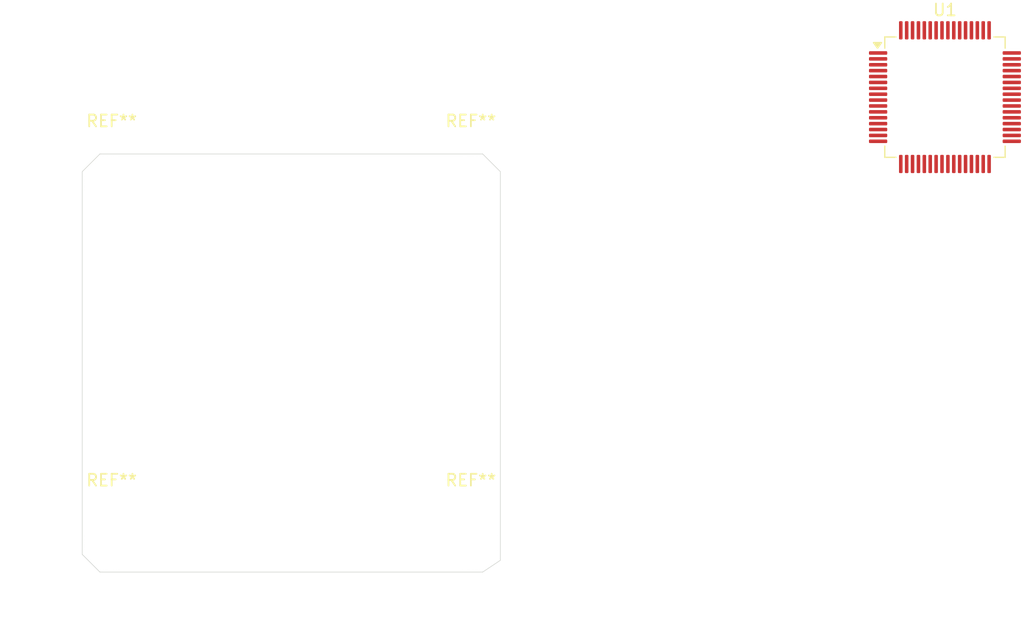
<source format=kicad_pcb>
(kicad_pcb (version 20240108) (generator "pcbnew") (generator_version "8.0")
  (layers (0 "F.Cu" signal) (31 "B.Cu" signal) (34 "B.Paste" user) (35 "F.Paste" user) (36 "B.SilkS" user "B.Silkscreen") (37 "F.SilkS" user "F.Silkscreen") (38 "B.Mask" user) (39 "F.Mask" user) (44 "Edge.Cuts" user))
  (net 0 "")
  (net 4 "Net-(U1-VSS-Pad18)")
  (footprint "MountingHole:MountingHole_4.3mm_M4" (layer "F.Cu") (at 130.5 50)
    (property "Reference" "REF**" (at 0 -5.3 0) (layer "F.SilkS"))
    (property "Value" "MountingHole_4.3mm_M4")
    (pad "" np_thru_hole circle (at 0 0) (size 4.3 4.3) (drill 4.3) (layers "*.Cu" "*.Mask"))
  )
  (footprint "MountingHole:MountingHole_4.3mm_M4" (layer "F.Cu") (at 100 80.5)
    (property "Reference" "REF**" (at 0 -5.3 0) (layer "F.SilkS"))
    (property "Value" "MountingHole_4.3mm_M4")
    (pad "" np_thru_hole circle (at 0 0) (size 4.3 4.3) (drill 4.3) (layers "*.Cu" "*.Mask"))
  )
  (footprint "MountingHole:MountingHole_4.3mm_M4" (layer "F.Cu") (at 100 50)
    (property "Reference" "REF**" (at 0 -5.3 0) (layer "F.SilkS"))
    (property "Value" "MountingHole_4.3mm_M4")
    (pad "" np_thru_hole circle (at 0 0) (size 4.3 4.3) (drill 4.3) (layers "*.Cu" "*.Mask"))
  )
  (footprint "Package_QFP:LQFP-64_10x10mm_P0.5mm" (layer "F.Cu") (at 170.75 42.675)
    (property "Reference" "U1" (at 0 -7.4 0) (layer "F.SilkS"))
    (property "Value" "STM32F405RGTx")
    (fp_line (start -5.11 -5.11) (end -5.11 -4.16) (stroke (width 0.12)) (layer "F.SilkS"))
    (fp_line (start -5.11 5.11) (end -5.11 4.16) (stroke (width 0.12)) (layer "F.SilkS"))
    (fp_line (start -4.16 -5.11) (end -5.11 -5.11) (stroke (width 0.12)) (layer "F.SilkS"))
    (fp_line (start -4.16 5.11) (end -5.11 5.11) (stroke (width 0.12)) (layer "F.SilkS"))
    (fp_line (start 4.16 -5.11) (end 5.11 -5.11) (stroke (width 0.12)) (layer "F.SilkS"))
    (fp_line (start 4.16 5.11) (end 5.11 5.11) (stroke (width 0.12)) (layer "F.SilkS"))
    (fp_line (start 5.11 -5.11) (end 5.11 -4.16) (stroke (width 0.12)) (layer "F.SilkS"))
    (fp_line (start 5.11 5.11) (end 5.11 4.16) (stroke (width 0.12)) (layer "F.SilkS"))
    (fp_poly (pts (xy -5.725 -4.16) (xy -6.065 -4.63) (xy -5.385 -4.63) (xy -5.725 -4.16)) (stroke (width 0.12)) (fill solid) (layer "F.SilkS"))
    (pad "1" smd roundrect (at -5.675 -3.75) (size 1.55 0.3) (layers "F.Cu" "F.Paste" "F.Mask"))
    (pad "2" smd roundrect (at -5.675 -3.25) (size 1.55 0.3) (layers "F.Cu" "F.Paste" "F.Mask"))
    (pad "3" smd roundrect (at -5.675 -2.75) (size 1.55 0.3) (layers "F.Cu" "F.Paste" "F.Mask"))
    (pad "4" smd roundrect (at -5.675 -2.25) (size 1.55 0.3) (layers "F.Cu" "F.Paste" "F.Mask"))
    (pad "5" smd roundrect (at -5.675 -1.75) (size 1.55 0.3) (layers "F.Cu" "F.Paste" "F.Mask"))
    (pad "6" smd roundrect (at -5.675 -1.25) (size 1.55 0.3) (layers "F.Cu" "F.Paste" "F.Mask"))
    (pad "7" smd roundrect (at -5.675 -0.75) (size 1.55 0.3) (layers "F.Cu" "F.Paste" "F.Mask"))
    (pad "8" smd roundrect (at -5.675 -0.25) (size 1.55 0.3) (layers "F.Cu" "F.Paste" "F.Mask"))
    (pad "9" smd roundrect (at -5.675 0.25) (size 1.55 0.3) (layers "F.Cu" "F.Paste" "F.Mask"))
    (pad "10" smd roundrect (at -5.675 0.75) (size 1.55 0.3) (layers "F.Cu" "F.Paste" "F.Mask"))
    (pad "11" smd roundrect (at -5.675 1.25) (size 1.55 0.3) (layers "F.Cu" "F.Paste" "F.Mask"))
    (pad "12" smd roundrect (at -5.675 1.75) (size 1.55 0.3) (layers "F.Cu" "F.Paste" "F.Mask"))
    (pad "13" smd roundrect (at -5.675 2.25) (size 1.55 0.3) (layers "F.Cu" "F.Paste" "F.Mask"))
    (pad "14" smd roundrect (at -5.675 2.75) (size 1.55 0.3) (layers "F.Cu" "F.Paste" "F.Mask"))
    (pad "15" smd roundrect (at -5.675 3.25) (size 1.55 0.3) (layers "F.Cu" "F.Paste" "F.Mask"))
    (pad "16" smd roundrect (at -5.675 3.75) (size 1.55 0.3) (layers "F.Cu" "F.Paste" "F.Mask"))
    (pad "17" smd roundrect (at -3.75 5.675) (size 0.3 1.55) (layers "F.Cu" "F.Paste" "F.Mask"))
    (pad "18" smd roundrect (at -3.25 5.675) (size 0.3 1.55) (layers "F.Cu" "F.Paste" "F.Mask") (net 4 "Net-(U1-VSS-Pad18)"))
    (pad "19" smd roundrect (at -2.75 5.675) (size 0.3 1.55) (layers "F.Cu" "F.Paste" "F.Mask"))
    (pad "20" smd roundrect (at -2.25 5.675) (size 0.3 1.55) (layers "F.Cu" "F.Paste" "F.Mask"))
    (pad "21" smd roundrect (at -1.75 5.675) (size 0.3 1.55) (layers "F.Cu" "F.Paste" "F.Mask"))
    (pad "22" smd roundrect (at -1.25 5.675) (size 0.3 1.55) (layers "F.Cu" "F.Paste" "F.Mask"))
    (pad "23" smd roundrect (at -0.75 5.675) (size 0.3 1.55) (layers "F.Cu" "F.Paste" "F.Mask"))
    (pad "24" smd roundrect (at -0.25 5.675) (size 0.3 1.55) (layers "F.Cu" "F.Paste" "F.Mask"))
    (pad "25" smd roundrect (at 0.25 5.675) (size 0.3 1.55) (layers "F.Cu" "F.Paste" "F.Mask"))
    (pad "26" smd roundrect (at 0.75 5.675) (size 0.3 1.55) (layers "F.Cu" "F.Paste" "F.Mask"))
    (pad "27" smd roundrect (at 1.25 5.675) (size 0.3 1.55) (layers "F.Cu" "F.Paste" "F.Mask"))
    (pad "28" smd roundrect (at 1.75 5.675) (size 0.3 1.55) (layers "F.Cu" "F.Paste" "F.Mask"))
    (pad "29" smd roundrect (at 2.25 5.675) (size 0.3 1.55) (layers "F.Cu" "F.Paste" "F.Mask"))
    (pad "30" smd roundrect (at 2.75 5.675) (size 0.3 1.55) (layers "F.Cu" "F.Paste" "F.Mask"))
    (pad "31" smd roundrect (at 3.25 5.675) (size 0.3 1.55) (layers "F.Cu" "F.Paste" "F.Mask"))
    (pad "32" smd roundrect (at 3.75 5.675) (size 0.3 1.55) (layers "F.Cu" "F.Paste" "F.Mask"))
    (pad "33" smd roundrect (at 5.675 3.75) (size 1.55 0.3) (layers "F.Cu" "F.Paste" "F.Mask"))
    (pad "34" smd roundrect (at 5.675 3.25) (size 1.55 0.3) (layers "F.Cu" "F.Paste" "F.Mask"))
    (pad "35" smd roundrect (at 5.675 2.75) (size 1.55 0.3) (layers "F.Cu" "F.Paste" "F.Mask"))
    (pad "36" smd roundrect (at 5.675 2.25) (size 1.55 0.3) (layers "F.Cu" "F.Paste" "F.Mask"))
    (pad "37" smd roundrect (at 5.675 1.75) (size 1.55 0.3) (layers "F.Cu" "F.Paste" "F.Mask"))
    (pad "38" smd roundrect (at 5.675 1.25) (size 1.55 0.3) (layers "F.Cu" "F.Paste" "F.Mask"))
    (pad "39" smd roundrect (at 5.675 0.75) (size 1.55 0.3) (layers "F.Cu" "F.Paste" "F.Mask"))
    (pad "40" smd roundrect (at 5.675 0.25) (size 1.55 0.3) (layers "F.Cu" "F.Paste" "F.Mask"))
    (pad "41" smd roundrect (at 5.675 -0.25) (size 1.55 0.3) (layers "F.Cu" "F.Paste" "F.Mask"))
    (pad "42" smd roundrect (at 5.675 -0.75) (size 1.55 0.3) (layers "F.Cu" "F.Paste" "F.Mask"))
    (pad "43" smd roundrect (at 5.675 -1.25) (size 1.55 0.3) (layers "F.Cu" "F.Paste" "F.Mask"))
    (pad "44" smd roundrect (at 5.675 -1.75) (size 1.55 0.3) (layers "F.Cu" "F.Paste" "F.Mask"))
    (pad "45" smd roundrect (at 5.675 -2.25) (size 1.55 0.3) (layers "F.Cu" "F.Paste" "F.Mask"))
    (pad "46" smd roundrect (at 5.675 -2.75) (size 1.55 0.3) (layers "F.Cu" "F.Paste" "F.Mask"))
    (pad "47" smd roundrect (at 5.675 -3.25) (size 1.55 0.3) (layers "F.Cu" "F.Paste" "F.Mask"))
    (pad "48" smd roundrect (at 5.675 -3.75) (size 1.55 0.3) (layers "F.Cu" "F.Paste" "F.Mask"))
    (pad "49" smd roundrect (at 3.75 -5.675) (size 0.3 1.55) (layers "F.Cu" "F.Paste" "F.Mask"))
    (pad "50" smd roundrect (at 3.25 -5.675) (size 0.3 1.55) (layers "F.Cu" "F.Paste" "F.Mask"))
    (pad "51" smd roundrect (at 2.75 -5.675) (size 0.3 1.55) (layers "F.Cu" "F.Paste" "F.Mask"))
    (pad "52" smd roundrect (at 2.25 -5.675) (size 0.3 1.55) (layers "F.Cu" "F.Paste" "F.Mask"))
    (pad "53" smd roundrect (at 1.75 -5.675) (size 0.3 1.55) (layers "F.Cu" "F.Paste" "F.Mask"))
    (pad "54" smd roundrect (at 1.25 -5.675) (size 0.3 1.55) (layers "F.Cu" "F.Paste" "F.Mask"))
    (pad "55" smd roundrect (at 0.75 -5.675) (size 0.3 1.55) (layers "F.Cu" "F.Paste" "F.Mask"))
    (pad "56" smd roundrect (at 0.25 -5.675) (size 0.3 1.55) (layers "F.Cu" "F.Paste" "F.Mask"))
    (pad "57" smd roundrect (at -0.25 -5.675) (size 0.3 1.55) (layers "F.Cu" "F.Paste" "F.Mask"))
    (pad "58" smd roundrect (at -0.75 -5.675) (size 0.3 1.55) (layers "F.Cu" "F.Paste" "F.Mask"))
    (pad "59" smd roundrect (at -1.25 -5.675) (size 0.3 1.55) (layers "F.Cu" "F.Paste" "F.Mask"))
    (pad "60" smd roundrect (at -1.75 -5.675) (size 0.3 1.55) (layers "F.Cu" "F.Paste" "F.Mask"))
    (pad "61" smd roundrect (at -2.25 -5.675) (size 0.3 1.55) (layers "F.Cu" "F.Paste" "F.Mask"))
    (pad "62" smd roundrect (at -2.75 -5.675) (size 0.3 1.55) (layers "F.Cu" "F.Paste" "F.Mask"))
    (pad "63" smd roundrect (at -3.25 -5.675) (size 0.3 1.55) (layers "F.Cu" "F.Paste" "F.Mask") (net 4 "Net-(U1-VSS-Pad18)"))
    (pad "64" smd roundrect (at -3.75 -5.675) (size 0.3 1.55) (layers "F.Cu" "F.Paste" "F.Mask"))
  )
  (footprint "MountingHole:MountingHole_4.3mm_M4" (layer "F.Cu") (at 130.5 80.5)
    (property "Reference" "REF**" (at 0 -5.3 0) (layer "F.SilkS"))
    (property "Value" "MountingHole_4.3mm_M4")
    (pad "" np_thru_hole circle (at 0 0) (size 4.3 4.3) (drill 4.3) (layers "*.Cu" "*.Mask"))
  )
  (gr_line (start 131.5 83) (end 133 82) (stroke (width 0.05)) (layer "Edge.Cuts"))
  (gr_line (start 97.5 49) (end 99 47.5) (stroke (width 0.05)) (layer "Edge.Cuts"))
  (gr_line (start 131.5 83) (end 99 83) (stroke (width 0.05)) (layer "Edge.Cuts"))
  (gr_line (start 97.5 81.5) (end 97.5 49) (stroke (width 0.05)) (layer "Edge.Cuts"))
  (gr_line (start 99 47.5) (end 131.5 47.5) (stroke (width 0.05)) (layer "Edge.Cuts"))
  (gr_line (start 131.5 47.5) (end 133 49) (stroke (width 0.05)) (layer "Edge.Cuts"))
  (gr_line (start 97.5 81.5) (end 99 83) (stroke (width 0.05)) (layer "Edge.Cuts"))
  (gr_line (start 133 49) (end 133 82) (stroke (width 0.05)) (layer "Edge.Cuts"))
)
</source>
